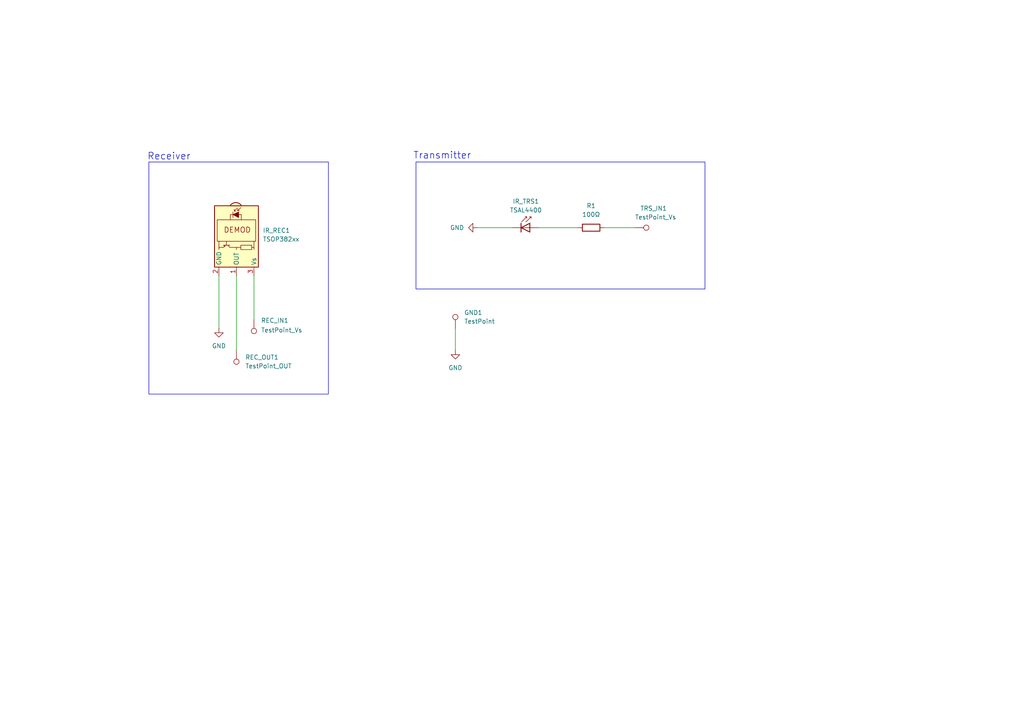
<source format=kicad_sch>
(kicad_sch (version 20250114) (generator "eeschema") (generator_version "9.0")
  (paper "A4")
  (lib_symbols
    (symbol "Connector:TestPoint" (pin_numbers (hide yes)) (pin_names (offset 0.762) (hide yes))
      (property "Reference" "TP" (at 0 6.858 0))
      (property "Value" "TestPoint" (at 0 5.08 0))
      (symbol "TestPoint_0_1"
        (circle (center 0 3.302) (radius 0.762))
      )
      (symbol "TestPoint_1_1"
        (pin passive line (at 0 0 90) (length 2.54) (name "1") (number "1"))
      )
    )
    (symbol "Device:R" (pin_numbers (hide yes)) (pin_names (offset 0))
      (property "Reference" "R" (at 2.032 0 90))
      (property "Value" "R" (at 0 0 90))
      (symbol "R_0_1"
        (rectangle (start -1.016 -2.54) (end 1.016 2.54) (stroke (width 0.254)))
      )
      (symbol "R_1_1"
        (pin passive line (at 0 3.81 270) (length 1.27) (name "~") (number "1"))
        (pin passive line (at 0 -3.81 90) (length 1.27) (name "~") (number "2"))
      )
    )
    (symbol "Interface_Optical:TSOP382xx"
      (property "Reference" "U" (at -10.16 7.62 0))
      (property "Value" "TSOP382xx" (at -10.16 -7.62 0))
      (symbol "TSOP382xx_0_0"
        (arc (start -10.287 -1.778) (mid -11.0899 -0.1905) (end -10.287 1.397) (stroke (width 0.254)) (fill (type background)))
        (polyline (pts (xy 1.905 5.08) (xy 0.127 5.08)))
        (polyline (pts (xy 1.905 -5.08) (xy 0.127 -5.08)))
        (text "DEMOD" (at -3.175 0.254 900) (effects (font (size 1.524 1.524))))
      )
      (symbol "TSOP382xx_0_1"
        (polyline (pts (xy -8.763 0.381) (xy -9.652 1.27)))
        (polyline (pts (xy -8.763 0.381) (xy -9.271 0.381)))
        (polyline (pts (xy -8.763 0.381) (xy -8.763 0.889)))
        (polyline (pts (xy -8.636 -0.635) (xy -9.525 0.254)))
        (polyline (pts (xy -8.636 -0.635) (xy -9.144 -0.635)))
        (polyline (pts (xy -8.636 -0.635) (xy -8.636 -0.127)))
        (polyline (pts (xy -8.382 0.635) (xy -6.731 0.635) (xy -7.62 -1.016) (xy -8.382 0.635)) (fill (type outline)))
        (polyline (pts (xy -8.382 -1.016) (xy -6.731 -1.016)))
        (rectangle (start -6.096 5.588) (end 0.127 -5.588))
        (polyline (pts (xy -6.096 1.397) (xy -7.62 1.397) (xy -7.62 -1.778) (xy -6.096 -1.778)))
        (polyline (pts (xy 1.27 -1.905) (xy 1.27 -3.81)))
        (polyline (pts (xy 1.27 -2.54) (xy 1.905 -1.905) (xy 1.905 0) (xy 2.54 0)))
        (polyline (pts (xy 1.27 -2.921) (xy 0.127 -2.921)))
        (polyline (pts (xy 1.27 -3.175) (xy 1.905 -3.81) (xy 1.905 -5.08) (xy 2.54 -5.08)))
        (polyline (pts (xy 1.397 -3.556) (xy 1.524 -3.556)))
        (polyline (pts (xy 1.651 -3.556) (xy 1.524 -3.556)))
        (polyline (pts (xy 1.651 -3.556) (xy 1.651 -3.302)))
        (polyline (pts (xy 1.905 4.445) (xy 1.905 5.08) (xy 2.54 5.08)))
        (polyline (pts (xy 1.905 0) (xy 1.905 1.27)))
        (rectangle (start 2.54 1.27) (end 1.27 4.445))
        (rectangle (start 7.62 6.35) (end -10.16 -6.35) (stroke (width 0.254)) (fill (type background)))
      )
      (symbol "TSOP382xx_1_1"
        (pin power_in line (at 10.16 5.08 180) (length 2.54) (name "Vs") (number "3"))
        (pin output line (at 10.16 0 180) (length 2.54) (name "OUT") (number "1"))
        (pin power_in line (at 10.16 -5.08 180) (length 2.54) (name "GND") (number "2"))
      )
    )
    (symbol "LED:TSAL4400" (pin_numbers (hide yes)) (pin_names (offset 1.016) (hide yes))
      (property "Reference" "D" (at 0.508 1.778 0))
      (property "Value" "TSAL4400" (at -1.016 -2.794 0))
      (symbol "TSAL4400_0_1"
        (polyline (pts (xy -2.54 1.27) (xy -2.54 -1.27)) (stroke (width 0.254)))
        (polyline (pts (xy -2.413 1.651) (xy -0.889 3.175) (xy -0.889 2.667) (xy -0.889 3.175) (xy -1.397 3.175)))
        (polyline (pts (xy -1.143 1.651) (xy 0.381 3.175) (xy 0.381 2.667)))
        (polyline (pts (xy 0 1.27) (xy -2.54 0) (xy 0 -1.27) (xy 0 1.27)) (stroke (width 0.254)))
        (polyline (pts (xy 0 0) (xy -2.54 0)))
        (polyline (pts (xy 0.381 3.175) (xy -0.127 3.175)))
      )
      (symbol "TSAL4400_1_1"
        (pin passive line (at -5.08 0 0) (length 2.54) (name "K") (number "1"))
        (pin passive line (at 2.54 0 180) (length 2.54) (name "A") (number "2"))
      )
    )
    (symbol "power:GND" (power) (pin_numbers (hide yes)) (pin_names (offset 0) (hide yes))
      (property "Value" "GND" (at 0 -3.81 0))
      (symbol "GND_0_1"
        (polyline (pts (xy 0 0) (xy 0 -1.27) (xy 1.27 -1.27) (xy 0 -2.54) (xy -1.27 -1.27) (xy 0 -1.27)))
      )
      (symbol "GND_1_1"
        (pin power_in line (at 0 0 270) (length 0) (name "~") (number "1"))
      )
    )
  )
  (rectangle (start 120.65 46.99) (end 204.47 83.82))
  (rectangle (start 43.18 46.99) (end 95.25 114.3))
  (text "Receiver\n" (at 49.022 45.466 0) (effects (font (size 1.9812 1.9812))))
  (text "Transmitter" (at 128.27 45.212 0) (effects (font (size 1.9812 1.9812))))
  (wire (pts (xy 156.21 66.04) (xy 167.64 66.04)))
  (wire (pts (xy 63.5 80.01) (xy 63.5 95.25)))
  (wire (pts (xy 68.58 80.01) (xy 68.58 101.6)))
  (wire (pts (xy 132.08 95.25) (xy 132.08 101.6)))
  (wire (pts (xy 138.43 66.04) (xy 148.59 66.04)))
  (wire (pts (xy 175.26 66.04) (xy 184.15 66.04)))
  (wire (pts (xy 73.66 80.01) (xy 73.66 92.71)))
  (symbol (lib_id "power:GND") (at 63.5 95.25 0) (unit 1)
    (property "Reference" "#PWR02" (effects (hide yes)))
    (property "Value" "GND" (at 63.5 100.33 0))
    (property "Description" "Power symbol creates a global label with name \"GND\" , ground" (effects (hide yes)))
  )
  (symbol (lib_id "power:GND") (at 132.08 101.6 0) (unit 1)
    (property "Reference" "#PWR03" (effects (hide yes)))
    (property "Value" "GND" (at 132.08 106.68 0))
    (property "Description" "Power symbol creates a global label with name \"GND\" , ground" (effects (hide yes)))
  )
  (symbol (lib_id "Connector:TestPoint") (at 73.66 92.71 180) (unit 1)
    (property "Reference" "REC_IN1" (at 75.692 92.964 0) (effects (justify right)))
    (property "Value" "TestPoint_Vs" (at 75.692 95.758 0) (effects (justify right)))
    (property "Footprint" "TestPoint:TestPoint_Plated_Hole_D2.0mm" (effects (hide yes)))
    (property "Description" "test point" (effects (hide yes)))
  )
  (symbol (lib_id "power:GND") (at 138.43 66.04 270) (unit 1)
    (property "Reference" "#PWR01" (effects (hide yes)))
    (property "Value" "GND" (at 134.62 66.0399 90) (effects (justify right)))
    (property "Description" "Power symbol creates a global label with name \"GND\" , ground" (effects (hide yes)))
  )
  (symbol (lib_id "Connector:TestPoint") (at 184.15 66.04 270) (unit 1)
    (property "Reference" "TRS_IN1" (at 185.674 60.452 90) (effects (justify left)))
    (property "Value" "TestPoint_Vs" (at 184.15 62.992 90) (effects (justify left)))
    (property "Footprint" "TestPoint:TestPoint_Plated_Hole_D2.0mm" (effects (hide yes)))
    (property "Description" "test point" (effects (hide yes)))
  )
  (symbol (lib_id "Interface_Optical:TSOP382xx") (at 68.58 69.85 270) (unit 1)
    (property "Reference" "IR_REC1" (at 76.2 66.8449 90) (effects (justify left)))
    (property "Value" "TSOP382xx" (at 76.2 69.3849 90) (effects (justify left)))
    (property "Footprint" "OptoDevice:Vishay_MINICAST-3Pin" (effects (hide yes)))
    (property "Datasheet" "http://www.vishay.com/docs/82491/tsop382.pdf" (effects (hide yes)))
    (property "Description" "Photo Modules for PCM Remote Control Systems" (effects (hide yes)))
  )
  (symbol (lib_id "LED:TSAL4400") (at 153.67 66.04 0) (unit 1)
    (property "Reference" "IR_TRS1" (at 152.527 58.42 0))
    (property "Value" "TSAL4400" (at 152.527 60.96 0))
    (property "Footprint" "LED_THT:LED_D3.0mm_IRBlack" (effects (hide yes)))
    (property "Datasheet" "http://www.vishay.com/docs/81006/tsal4400.pdf" (effects (hide yes)))
    (property "Description" "Infrared LED , 3mm LED package" (effects (hide yes)))
  )
  (symbol (lib_id "Connector:TestPoint") (at 132.08 95.25 0) (unit 1)
    (property "Reference" "GND1" (at 134.62 90.6779 0) (effects (justify left)))
    (property "Value" "TestPoint" (at 134.62 93.2179 0) (effects (justify left)))
    (property "Footprint" "TestPoint:TestPoint_Plated_Hole_D2.0mm" (effects (hide yes)))
    (property "Description" "test point" (effects (hide yes)))
  )
  (symbol (lib_id "Connector:TestPoint") (at 68.58 101.6 180) (unit 1)
    (property "Reference" "REC_OUT1" (at 71.12 103.6319 0) (effects (justify right)))
    (property "Value" "TestPoint_OUT" (at 71.12 106.1719 0) (effects (justify right)))
    (property "Footprint" "TestPoint:TestPoint_Plated_Hole_D2.0mm" (effects (hide yes)))
    (property "Description" "test point" (effects (hide yes)))
  )
  (symbol (lib_id "Device:R") (at 171.45 66.04 90) (unit 1)
    (property "Reference" "R1" (at 171.45 59.69 90))
    (property "Value" "100Ω" (at 171.45 62.23 90))
    (property "Footprint" "Resistor_THT:R_Axial_DIN0207_L6.3mm_D2.5mm_P10.16mm_Horizontal" (effects (hide yes)))
    (property "Description" "Resistor" (effects (hide yes)))
  )
)
</source>
